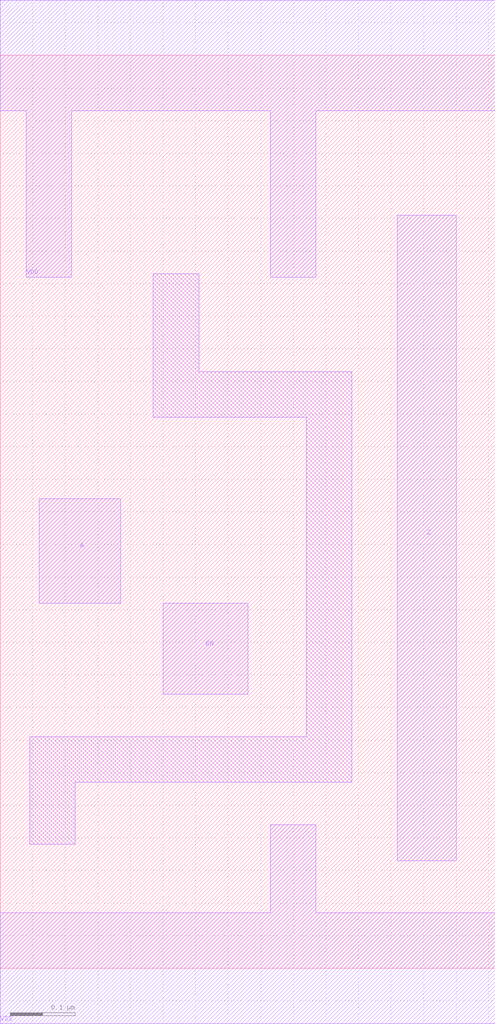
<source format=lef>
# 
# ******************************************************************************
# *                                                                            *
# *                   Copyright (C) 2004-2011, Nangate Inc.                    *
# *                           All rights reserved.                             *
# *                                                                            *
# * Nangate and the Nangate logo are trademarks of Nangate Inc.                *
# *                                                                            *
# * All trademarks, logos, software marks, and trade names (collectively the   *
# * "Marks") in this program are proprietary to Nangate or other respective    *
# * owners that have granted Nangate the right and license to use such Marks.  *
# * You are not permitted to use the Marks without the prior written consent   *
# * of Nangate or such third party that may own the Marks.                     *
# *                                                                            *
# * This file has been provided pursuant to a License Agreement containing     *
# * restrictions on its use. This file contains valuable trade secrets and     *
# * proprietary information of Nangate Inc., and is protected by U.S. and      *
# * international laws and/or treaties.                                        *
# *                                                                            *
# * The copyright notice(s) in this file does not indicate actual or intended  *
# * publication of this file.                                                  *
# *                                                                            *
# *     NGLibraryCreator, v2010.08-HR32-SP3-2010-08-05 - build 1009061800      *
# *                                                                            *
# ******************************************************************************
# 
# 
# Running on server08.nangate.com for user Giancarlo Franciscatto (gfr).
# Local time is now Thu, 6 Jan 2011, 18:10:28.
# Main process id is 3320.

VERSION 5.6 ;
BUSBITCHARS "[]" ;
DIVIDERCHAR "/" ;

MACRO ISO_FENCE0N_X1
  CLASS core ;
  FOREIGN ISO_FENCE0N_X1 0.0 0.0 ;
  ORIGIN 0 0 ;
  SYMMETRY X Y ;
  SITE FreePDK45_38x28_10R_NP_162NW_34O ;
  SIZE 0.76 BY 1.4 ;
  PIN A
    DIRECTION INPUT ;
    ANTENNAPARTIALMETALAREA 0.02 LAYER metal1 ;
    ANTENNAPARTIALMETALSIDEAREA 0.0741 LAYER metal1 ;
    ANTENNAGATEAREA 0.01925 ;
    PORT
      LAYER metal1 ;
        POLYGON 0.06 0.56 0.185 0.56 0.185 0.72 0.06 0.72  ;
    END
  END A
  PIN EN
    DIRECTION INPUT ;
    ANTENNAPARTIALMETALAREA 0.0182 LAYER metal1 ;
    ANTENNAPARTIALMETALSIDEAREA 0.0702 LAYER metal1 ;
    ANTENNAGATEAREA 0.01925 ;
    PORT
      LAYER metal1 ;
        POLYGON 0.25 0.42 0.38 0.42 0.38 0.56 0.25 0.56  ;
    END
  END EN
  PIN Z
    DIRECTION OUTPUT ;
    ANTENNAPARTIALMETALAREA 0.0891 LAYER metal1 ;
    ANTENNAPARTIALMETALSIDEAREA 0.2808 LAYER metal1 ;
    ANTENNADIFFAREA 0.0378 ;
    PORT
      LAYER metal1 ;
        POLYGON 0.61 0.165 0.7 0.165 0.7 1.155 0.61 1.155  ;
    END
  END Z
  PIN VDD
    DIRECTION INOUT ;
    USE power ;
    SHAPE ABUTMENT ;
    PORT
      LAYER metal1 ;
        POLYGON 0 1.315 0.04 1.315 0.04 1.06 0.11 1.06 0.11 1.315 0.415 1.315 0.415 1.06 0.485 1.06 0.485 1.315 0.54 1.315 0.76 1.315 0.76 1.485 0.54 1.485 0 1.485  ;
    END
  END VDD
  PIN VSS
    DIRECTION INOUT ;
    USE ground ;
    SHAPE ABUTMENT ;
    PORT
      LAYER metal1 ;
        POLYGON 0 -0.085 0.76 -0.085 0.76 0.085 0.485 0.085 0.485 0.22 0.415 0.22 0.415 0.085 0 0.085  ;
    END
  END VSS
  OBS
      LAYER metal1 ;
        POLYGON 0.235 0.845 0.47 0.845 0.47 0.355 0.045 0.355 0.045 0.19 0.115 0.19 0.115 0.285 0.54 0.285 0.54 0.915 0.305 0.915 0.305 1.065 0.235 1.065  ;
  END
END ISO_FENCE0N_X1

END LIBRARY
#
# End of file
#

</source>
